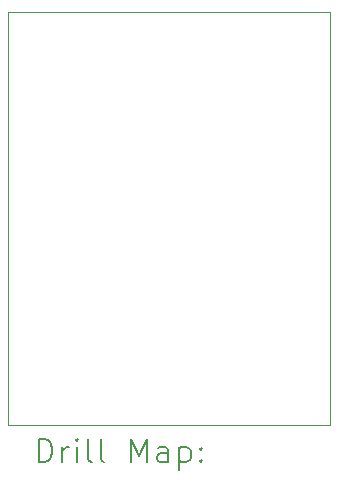
<source format=gbr>
%TF.GenerationSoftware,KiCad,Pcbnew,8.0.4*%
%TF.CreationDate,2024-11-20T20:48:16-05:00*%
%TF.ProjectId,voltage_regulator_3V3_ap2210,766f6c74-6167-4655-9f72-6567756c6174,rev?*%
%TF.SameCoordinates,Original*%
%TF.FileFunction,Drillmap*%
%TF.FilePolarity,Positive*%
%FSLAX45Y45*%
G04 Gerber Fmt 4.5, Leading zero omitted, Abs format (unit mm)*
G04 Created by KiCad (PCBNEW 8.0.4) date 2024-11-20 20:48:16*
%MOMM*%
%LPD*%
G01*
G04 APERTURE LIST*
%ADD10C,0.050000*%
%ADD11C,0.200000*%
G04 APERTURE END LIST*
D10*
X9325000Y-3975000D02*
X12050000Y-3975000D01*
X12050000Y-7475000D01*
X9325000Y-7475000D01*
X9325000Y-3975000D01*
D11*
X9583277Y-7788984D02*
X9583277Y-7588984D01*
X9583277Y-7588984D02*
X9630896Y-7588984D01*
X9630896Y-7588984D02*
X9659467Y-7598508D01*
X9659467Y-7598508D02*
X9678515Y-7617555D01*
X9678515Y-7617555D02*
X9688039Y-7636603D01*
X9688039Y-7636603D02*
X9697563Y-7674698D01*
X9697563Y-7674698D02*
X9697563Y-7703269D01*
X9697563Y-7703269D02*
X9688039Y-7741365D01*
X9688039Y-7741365D02*
X9678515Y-7760412D01*
X9678515Y-7760412D02*
X9659467Y-7779460D01*
X9659467Y-7779460D02*
X9630896Y-7788984D01*
X9630896Y-7788984D02*
X9583277Y-7788984D01*
X9783277Y-7788984D02*
X9783277Y-7655650D01*
X9783277Y-7693746D02*
X9792801Y-7674698D01*
X9792801Y-7674698D02*
X9802324Y-7665174D01*
X9802324Y-7665174D02*
X9821372Y-7655650D01*
X9821372Y-7655650D02*
X9840420Y-7655650D01*
X9907086Y-7788984D02*
X9907086Y-7655650D01*
X9907086Y-7588984D02*
X9897563Y-7598508D01*
X9897563Y-7598508D02*
X9907086Y-7608031D01*
X9907086Y-7608031D02*
X9916610Y-7598508D01*
X9916610Y-7598508D02*
X9907086Y-7588984D01*
X9907086Y-7588984D02*
X9907086Y-7608031D01*
X10030896Y-7788984D02*
X10011848Y-7779460D01*
X10011848Y-7779460D02*
X10002324Y-7760412D01*
X10002324Y-7760412D02*
X10002324Y-7588984D01*
X10135658Y-7788984D02*
X10116610Y-7779460D01*
X10116610Y-7779460D02*
X10107086Y-7760412D01*
X10107086Y-7760412D02*
X10107086Y-7588984D01*
X10364229Y-7788984D02*
X10364229Y-7588984D01*
X10364229Y-7588984D02*
X10430896Y-7731841D01*
X10430896Y-7731841D02*
X10497563Y-7588984D01*
X10497563Y-7588984D02*
X10497563Y-7788984D01*
X10678515Y-7788984D02*
X10678515Y-7684222D01*
X10678515Y-7684222D02*
X10668991Y-7665174D01*
X10668991Y-7665174D02*
X10649944Y-7655650D01*
X10649944Y-7655650D02*
X10611848Y-7655650D01*
X10611848Y-7655650D02*
X10592801Y-7665174D01*
X10678515Y-7779460D02*
X10659467Y-7788984D01*
X10659467Y-7788984D02*
X10611848Y-7788984D01*
X10611848Y-7788984D02*
X10592801Y-7779460D01*
X10592801Y-7779460D02*
X10583277Y-7760412D01*
X10583277Y-7760412D02*
X10583277Y-7741365D01*
X10583277Y-7741365D02*
X10592801Y-7722317D01*
X10592801Y-7722317D02*
X10611848Y-7712793D01*
X10611848Y-7712793D02*
X10659467Y-7712793D01*
X10659467Y-7712793D02*
X10678515Y-7703269D01*
X10773753Y-7655650D02*
X10773753Y-7855650D01*
X10773753Y-7665174D02*
X10792801Y-7655650D01*
X10792801Y-7655650D02*
X10830896Y-7655650D01*
X10830896Y-7655650D02*
X10849944Y-7665174D01*
X10849944Y-7665174D02*
X10859467Y-7674698D01*
X10859467Y-7674698D02*
X10868991Y-7693746D01*
X10868991Y-7693746D02*
X10868991Y-7750888D01*
X10868991Y-7750888D02*
X10859467Y-7769936D01*
X10859467Y-7769936D02*
X10849944Y-7779460D01*
X10849944Y-7779460D02*
X10830896Y-7788984D01*
X10830896Y-7788984D02*
X10792801Y-7788984D01*
X10792801Y-7788984D02*
X10773753Y-7779460D01*
X10954705Y-7769936D02*
X10964229Y-7779460D01*
X10964229Y-7779460D02*
X10954705Y-7788984D01*
X10954705Y-7788984D02*
X10945182Y-7779460D01*
X10945182Y-7779460D02*
X10954705Y-7769936D01*
X10954705Y-7769936D02*
X10954705Y-7788984D01*
X10954705Y-7665174D02*
X10964229Y-7674698D01*
X10964229Y-7674698D02*
X10954705Y-7684222D01*
X10954705Y-7684222D02*
X10945182Y-7674698D01*
X10945182Y-7674698D02*
X10954705Y-7665174D01*
X10954705Y-7665174D02*
X10954705Y-7684222D01*
M02*

</source>
